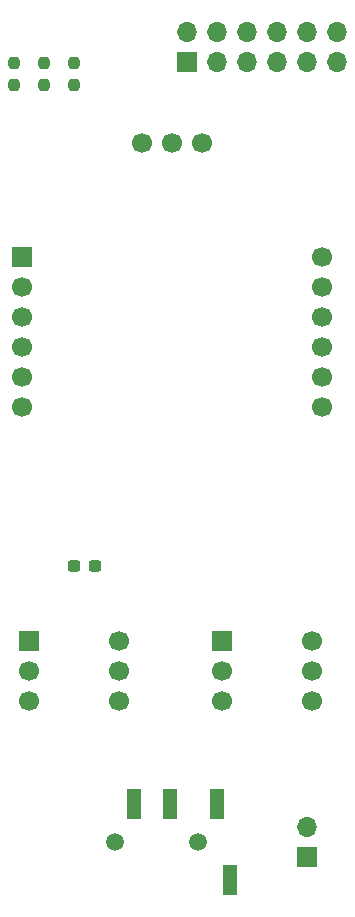
<source format=gts>
G04 #@! TF.GenerationSoftware,KiCad,Pcbnew,6.0.9-8da3e8f707~116~ubuntu20.04.1*
G04 #@! TF.CreationDate,2022-12-17T22:04:31+01:00*
G04 #@! TF.ProjectId,pcm_pmod,70636d5f-706d-46f6-942e-6b696361645f,rev?*
G04 #@! TF.SameCoordinates,Original*
G04 #@! TF.FileFunction,Soldermask,Top*
G04 #@! TF.FilePolarity,Negative*
%FSLAX46Y46*%
G04 Gerber Fmt 4.6, Leading zero omitted, Abs format (unit mm)*
G04 Created by KiCad (PCBNEW 6.0.9-8da3e8f707~116~ubuntu20.04.1) date 2022-12-17 22:04:31*
%MOMM*%
%LPD*%
G01*
G04 APERTURE LIST*
G04 Aperture macros list*
%AMRoundRect*
0 Rectangle with rounded corners*
0 $1 Rounding radius*
0 $2 $3 $4 $5 $6 $7 $8 $9 X,Y pos of 4 corners*
0 Add a 4 corners polygon primitive as box body*
4,1,4,$2,$3,$4,$5,$6,$7,$8,$9,$2,$3,0*
0 Add four circle primitives for the rounded corners*
1,1,$1+$1,$2,$3*
1,1,$1+$1,$4,$5*
1,1,$1+$1,$6,$7*
1,1,$1+$1,$8,$9*
0 Add four rect primitives between the rounded corners*
20,1,$1+$1,$2,$3,$4,$5,0*
20,1,$1+$1,$4,$5,$6,$7,0*
20,1,$1+$1,$6,$7,$8,$9,0*
20,1,$1+$1,$8,$9,$2,$3,0*%
G04 Aperture macros list end*
%ADD10RoundRect,0.237500X-0.237500X0.250000X-0.237500X-0.250000X0.237500X-0.250000X0.237500X0.250000X0*%
%ADD11RoundRect,0.237500X0.237500X-0.250000X0.237500X0.250000X-0.237500X0.250000X-0.237500X-0.250000X0*%
%ADD12C,1.500000*%
%ADD13R,1.200000X2.500000*%
%ADD14R,1.700000X1.700000*%
%ADD15C,1.700000*%
%ADD16RoundRect,0.237500X-0.300000X-0.237500X0.300000X-0.237500X0.300000X0.237500X-0.300000X0.237500X0*%
%ADD17O,1.700000X1.700000*%
G04 APERTURE END LIST*
D10*
X106045000Y-71200000D03*
X106045000Y-73025000D03*
D11*
X100965000Y-73025000D03*
X100965000Y-71200000D03*
X103505000Y-73025000D03*
X103505000Y-71200000D03*
D12*
X116525000Y-137160000D03*
X109525000Y-137160000D03*
D13*
X114125000Y-133910000D03*
X111125000Y-133910000D03*
X119225000Y-140410000D03*
X118125000Y-133910000D03*
D14*
X101600000Y-87630000D03*
D15*
X101600000Y-90170000D03*
X101600000Y-92710000D03*
X101600000Y-95250000D03*
X101600000Y-97790000D03*
X101600000Y-100330000D03*
X127000000Y-100330000D03*
X127000000Y-97790000D03*
X127000000Y-95250000D03*
X127000000Y-92710000D03*
X127000000Y-90170000D03*
X127000000Y-87630000D03*
X116840000Y-77978000D03*
X114300000Y-77978000D03*
X111760000Y-77978000D03*
D16*
X106071500Y-113792000D03*
X107796500Y-113792000D03*
D14*
X115570000Y-71120000D03*
D17*
X115570000Y-68580000D03*
X118110000Y-71120000D03*
X118110000Y-68580000D03*
X120650000Y-71120000D03*
X120650000Y-68580000D03*
X123190000Y-71120000D03*
X123190000Y-68580000D03*
X125730000Y-71120000D03*
X125730000Y-68580000D03*
X128270000Y-71120000D03*
X128270000Y-68580000D03*
D14*
X118595000Y-120142000D03*
D15*
X118595000Y-122682000D03*
X118595000Y-125222000D03*
X126215000Y-125222000D03*
X126215000Y-122682000D03*
X126215000Y-120142000D03*
D14*
X102235000Y-120142000D03*
D15*
X102235000Y-122682000D03*
X102235000Y-125222000D03*
X109855000Y-125222000D03*
X109855000Y-122682000D03*
X109855000Y-120142000D03*
D14*
X125730000Y-138430000D03*
D17*
X125730000Y-135890000D03*
M02*

</source>
